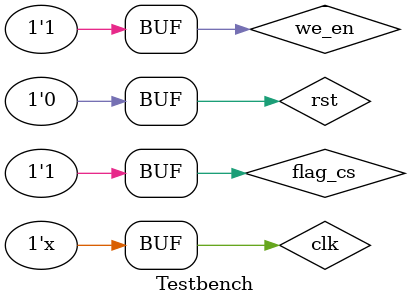
<source format=v>
`timescale 100us / 100us

module Testbench;
reg clk;
reg rst;
reg flag_cs;
reg we_en;

wire [2:0] state_o;
wire rst_cs;
wire clk_cs;
wire cs_o;
wire da_cs;



TOP2 TOP(
  .clk(clk),
  .rst(rst),
  .flag_cs(flag_cs),
  .we_en(we_en),

  .state_o(state_o),
  .rst_cs(rst_cs),
  .clk_cs(clk_cs),
  .cs_o(cs_o),
  .da_cs(da_cs)

  );

  parameter timer = 10;

  initial begin
    clk = 1;
    rst = 0;
    we_en = 1;
    flag_cs = 1;
    // #850000
    // rst = 1;
    // #1000
    // rst = 0;
    /*
    #100
    we_en = 1;
    flag_cs = 1;
    #150
    flag_cs = 0;
    */


  end

  always
  begin
    #(timer / 2) clk =~ clk;
  end
endmodule

</source>
